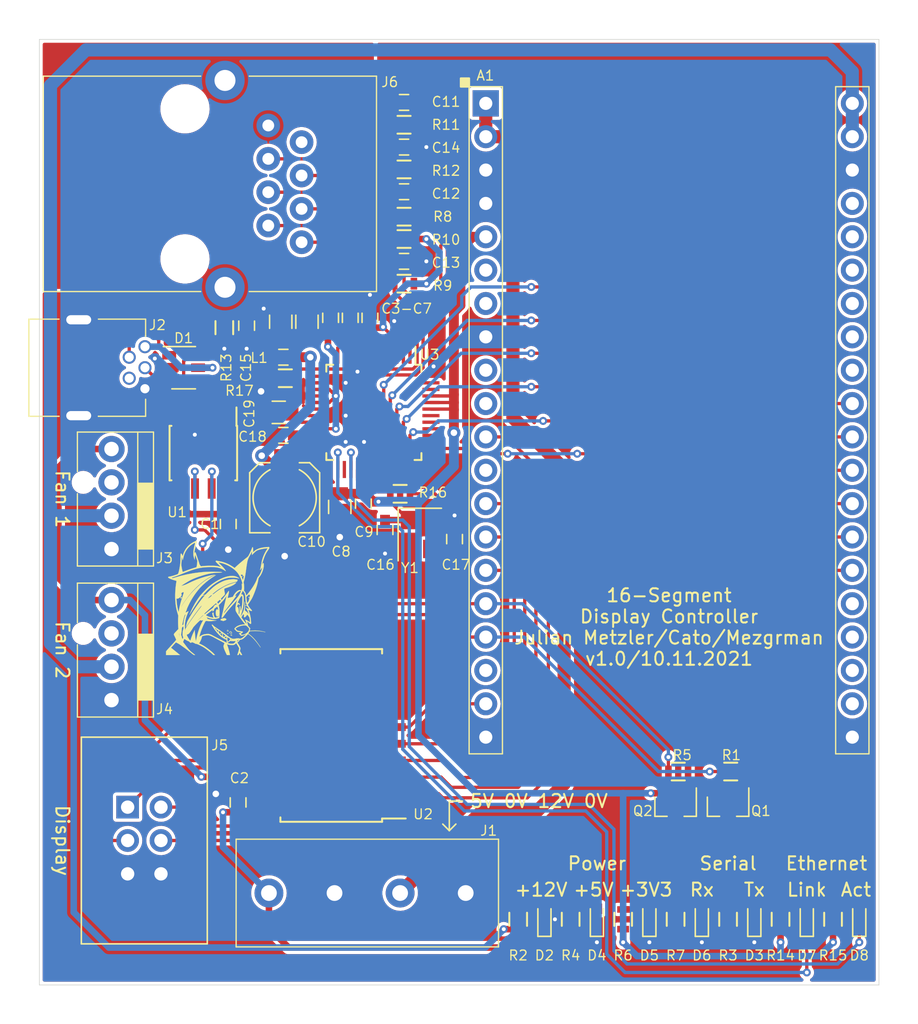
<source format=kicad_pcb>
(kicad_pcb (version 20210424) (generator pcbnew)
  (title_block (title "Controller for 16-Segment LED Display") (date "2021-11-10") (rev "1.0") (comment 1 "Julian Metzler"))
  (layers (0 "F.Cu" signal) (31 "B.Cu" signal) (34 "B.Paste" user) (35 "F.Paste" user) (36 "B.SilkS" user "B.Silkscreen") (37 "F.SilkS" user "F.Silkscreen") (38 "B.Mask" user) (39 "F.Mask" user) (44 "Edge.Cuts" user))
  (net 0 "")
  (net 1 "+UB")
  (net 2 "GND")
  (net 3 "+3V3")
  (net 8 "Net-(A1-Pad11)")
  (net 10 "Net-(A1-Pad13)")
  (net 11 "Net-(A1-Pad14)")
  (net 12 "Net-(A1-Pad15)")
  (net 13 "Net-(A1-Pad16)")
  (net 14 "Net-(A1-Pad17)")
  (net 16 "Net-(A1-Pad19)")
  (net 21 "/W5500 Ethernet/~RST")
  (net 22 "/W5500 Ethernet/~INT")
  (net 23 "/W5500 Ethernet/MOSI")
  (net 24 "/W5500 Ethernet/MISO")
  (net 25 "/W5500 Ethernet/SCLK")
  (net 26 "/W5500 Ethernet/~CS")
  (net 33 "+12V")
  (net 34 "+5V")
  (net 35 "+3V3A")
  (net 36 "Net-(C11-Pad2)")
  (net 37 "Net-(C11-Pad1)")
  (net 38 "Net-(C12-Pad2)")
  (net 39 "Net-(C12-Pad1)")
  (net 40 "Net-(C13-Pad1)")
  (net 41 "Net-(C14-Pad1)")
  (net 42 "Net-(C15-Pad1)")
  (net 43 "Net-(C16-Pad2)")
  (net 44 "Net-(C17-Pad1)")
  (net 45 "Net-(C18-Pad1)")
  (net 46 "Net-(C19-Pad1)")
  (net 47 "Net-(D1-Pad5)")
  (net 48 "Net-(D1-Pad6)")
  (net 49 "Net-(D1-Pad4)")
  (net 50 "Net-(D1-Pad3)")
  (net 51 "Net-(D1-Pad1)")
  (net 52 "Net-(D2-Pad2)")
  (net 53 "Net-(D3-Pad2)")
  (net 54 "Net-(D4-Pad2)")
  (net 55 "Net-(D5-Pad2)")
  (net 56 "Net-(D6-Pad2)")
  (net 57 "Net-(D7-Pad1)")
  (net 58 "Net-(D7-Pad2)")
  (net 59 "Net-(D8-Pad1)")
  (net 60 "Net-(D8-Pad2)")
  (net 63 "Net-(J3-Pad4)")
  (net 65 "/DISP_ENABLE")
  (net 66 "/DISP_LATCH")
  (net 67 "/DISP_CLOCK")
  (net 68 "/DISP_DATA")
  (net 69 "Net-(J6-Pad1)")
  (net 70 "Net-(J6-Pad3)")
  (net 71 "Net-(Q1-Pad3)")
  (net 72 "Net-(Q1-Pad1)")
  (net 73 "Net-(Q2-Pad3)")
  (net 74 "Net-(Q2-Pad1)")
  (net 75 "Net-(R17-Pad1)")
  (footprint "Resistors_SMD:R_0603" (layer "F.Cu") (at 87.8 66.5 180)
    (fp_text reference "R11")
    (fp_text value "49.9R")
  )
  (footprint "TO_SOT_Packages_SMD:SOT-23" (layer "F.Cu") (at 108.5 118.4 -90)
    (fp_text reference "Q2")
    (fp_text value "BC807")
  )
  (footprint "TO_SOT_Packages_SMD:SOT-23-6" (layer "F.Cu") (at 71 85)
    (fp_text reference "D1")
    (fp_text value "USBLC6-2SC6")
  )
  (footprint "Capacitors_SMD:C_0603" (layer "F.Cu") (at 87.8 64.8)
    (fp_text reference "C11")
    (fp_text value "6.8n")
  )
  (footprint "custom:Molex_0470531000" (layer "F.Cu") (at 65.5 106.5 -90)
    (fp_text reference "J4")
    (fp_text value "Fan 2")
  )
  (footprint "Housings_SOIC:SOIC-8_3.9x4.9mm_Pitch1.27mm" (layer "F.Cu") (at 72.5 91.5 -90)
    (fp_text reference "U1")
    (fp_text value "CH330N")
  )
  (footprint "custom:Crystal_4pin_3.2x2.5mm" (layer "F.Cu") (at 89 97.7 -90)
    (fp_text reference "Y1")
    (fp_text value "25 MHz")
  )
  (footprint "custom:Mini_USB_THT_JST_UB-M5BR-DM14-4D" (layer "F.Cu") (at 63 85 -90)
    (fp_text reference "J2")
    (fp_text value "USB")
  )
  (footprint "LEDs:LED_0603" (layer "F.Cu") (at 98.5 127 90)
    (fp_text reference "D2")
    (fp_text value "+12V")
  )
  (footprint "Capacitors_SMD:CP_Elec_5x5.8" (layer "F.Cu") (at 78.7 94.9 -90)
    (fp_text reference "C10")
    (fp_text value "47µ")
  )
  (footprint "LEDs:LED_0603" (layer "F.Cu") (at 122.5 127 90)
    (fp_text reference "D8")
    (fp_text value "Act")
  )
  (footprint "Resistors_SMD:R_0603" (layer "F.Cu") (at 108.5 127 90)
    (fp_text reference "R7")
    (fp_text value "330R")
  )
  (footprint "custom:Socket_RJ45_LMJ2018814100DT1" (layer "F.Cu") (at 71.1 71 -90)
    (fp_text reference "J6")
    (fp_text value "LMJ2018814100DT1")
  )
  (footprint "Capacitors_SMD:C_0603" (layer "F.Cu") (at 91.65 98.05 90)
    (fp_text reference "C17")
    (fp_text value "18p")
  )
  (footprint "custom:cato_small" (layer "F.Cu") (at 74 102.5)
    (fp_text reference "G***" hide)
    (fp_text value "LOGO" hide)
  )
  (footprint "LEDs:LED_0603" (layer "F.Cu") (at 106.5 127 90)
    (fp_text reference "D5")
    (fp_text value "+3V3")
  )
  (footprint "Resistors_SMD:R_0603" (layer "F.Cu") (at 87.8 78.6 180)
    (fp_text reference "R9")
    (fp_text value "49.9R")
  )
  (footprint "Resistors_SMD:R_0603" (layer "F.Cu") (at 104.5 127 90)
    (fp_text reference "R6")
    (fp_text value "330R")
  )
  (footprint "Resistors_SMD:R_0603" (layer "F.Cu") (at 112.7 115.75 180)
    (fp_text reference "R1")
    (fp_text value "4.7k")
  )
  (footprint "Resistors_SMD:R_0603" (layer "F.Cu") (at 100.5 127 90)
    (fp_text reference "R4")
    (fp_text value "1k")
  )
  (footprint "Resistors_SMD:R_0603" (layer "F.Cu") (at 87.5 94.6 180)
    (fp_text reference "R16")
    (fp_text value "1M")
  )
  (footprint "Connectors:IDC_Header_Straight_6pins" (layer "F.Cu") (at 66.73 118.46 -90)
    (fp_text reference "J5")
    (fp_text value "Display")
  )
  (footprint "Capacitors_SMD:C_0603" (layer "F.Cu") (at 87.8 71.6)
    (fp_text reference "C12")
    (fp_text value "6.8n")
  )
  (footprint "Resistors_SMD:R_0603" (layer "F.Cu") (at 87.8 69.9 180)
    (fp_text reference "R12")
    (fp_text value "49.9R")
  )
  (footprint "Capacitors_SMD:C_0805" (layer "F.Cu") (at 78.25 88.4 180)
    (fp_text reference "C19")
    (fp_text value "4.7u")
  )
  (footprint "Resistors_SMD:R_0603" (layer "F.Cu") (at 78.75 85.8 180)
    (fp_text reference "R17")
    (fp_text value "12.4k")
  )
  (footprint "Housings_QFP:LQFP-48_7x7mm_Pitch0.5mm" (layer "F.Cu") (at 85.5 88.4 -90)
    (fp_text reference "U3")
    (fp_text value "W5500")
  )
  (footprint "Resistors_SMD:R_0603" (layer "F.Cu") (at 87.8 75.2 180)
    (fp_text reference "R10")
    (fp_text value "10R")
  )
  (footprint "Housings_SOIC:SOIC-20W_7.5x12.8mm_Pitch1.27mm" (layer "F.Cu") (at 82.25 113 180)
    (fp_text reference "U2")
    (fp_text value "74HCT541")
  )
  (footprint "Capacitors_SMD:C_0603" (layer "F.Cu") (at 74.4 96.9 -90)
    (fp_text reference "C1")
    (fp_text value "100n")
  )
  (footprint "Capacitors_SMD:C_0805" (layer "F.Cu") (at 82.9 95.6 -90)
    (fp_text reference "C8")
    (fp_text value "1u")
  )
  (footprint "Capacitors_SMD:C_0603" (layer "F.Cu") (at 75.15 118.1 -90)
    (fp_text reference "C2")
    (fp_text value "100n")
  )
  (footprint "custom:xatLabs_Cheetah_SmallPads" (layer "F.Cu") (at 108 89)
    (fp_text reference "A1")
    (fp_text value "xatLabs_Cheetah")
  )
  (footprint "Capacitors_SMD:C_0805" (layer "F.Cu") (at 78.4 81.5 90)
    (fp_text reference "C3" hide)
    (fp_text value "1u")
  )
  (footprint "Capacitors_SMD:C_0603" (layer "F.Cu") (at 85.2 81.2 90)
    (fp_text reference "C7" hide)
    (fp_text value "100n")
  )
  (footprint "custom:Molex_0470531000" (layer "F.Cu") (at 65.5 95 -90)
    (fp_text reference "J3")
    (fp_text value "Fan 1")
  )
  (footprint "LEDs:LED_0603" (layer "F.Cu") (at 118.5 127 90)
    (fp_text reference "D7")
    (fp_text value "Link")
  )
  (footprint "custom:Terminal_Block_TE_282836-4" (layer "F.Cu") (at 85 125)
    (fp_text reference "J1")
    (fp_text value "Power")
  )
  (footprint "Capacitors_SMD:C_0603" (layer "F.Cu") (at 86.35 97.35 90)
    (fp_text reference "C16")
    (fp_text value "18p")
  )
  (footprint "Capacitors_SMD:C_0603" (layer "F.Cu") (at 84.7 95.35 -90)
    (fp_text reference "C9")
    (fp_text value "100n")
  )
  (footprint "Capacitors_SMD:C_0603" (layer "F.Cu") (at 75.8 81.8 -90)
    (fp_text reference "C15")
    (fp_text value "1n")
  )
  (footprint "Capacitors_SMD:C_0603" (layer "F.Cu") (at 87.8 76.9)
    (fp_text reference "C13")
    (fp_text value "22n")
  )
  (footprint "Capacitors_SMD:C_0805" (layer "F.Cu") (at 80.4 81.5 90)
    (fp_text reference "C4" hide)
    (fp_text value "1u")
  )
  (footprint "LEDs:LED_0603" (layer "F.Cu") (at 110.5 127 90)
    (fp_text reference "D6")
    (fp_text value "Rx")
  )
  (footprint "Resistors_SMD:R_0603" (layer "F.Cu") (at 74.1 81.95 -90)
    (fp_text reference "R13")
    (fp_text value "1M")
  )
  (footprint "Resistors_SMD:R_0603" (layer "F.Cu") (at 112.5 127 90)
    (fp_text reference "R3")
    (fp_text value "330R")
  )
  (footprint "Capacitors_SMD:C_0603" (layer "F.Cu") (at 83.7 81.2 90)
    (fp_text reference "C6" hide)
    (fp_text value "100n")
  )
  (footprint "LEDs:LED_0603" (layer "F.Cu") (at 114.5 127 90)
    (fp_text reference "D3")
    (fp_text value "Tx")
  )
  (footprint "Resistors_SMD:R_0603" (layer "F.Cu") (at 120.5 127 90)
    (fp_text reference "R15")
    (fp_text value "330R")
  )
  (footprint "Resistors_SMD:R_0603" (layer "F.Cu") (at 116.5 127 90)
    (fp_text reference "R14")
    (fp_text value "330R")
  )
  (footprint "Capacitors_SMD:C_0603" (layer "F.Cu") (at 82.2 81.2 90)
    (fp_text reference "C5" hide)
    (fp_text value "100n")
  )
  (footprint "Resistors_SMD:R_0603" (layer "F.Cu") (at 108.7 115.75 180)
    (fp_text reference "R5")
    (fp_text value "4.7k")
  )
  (footprint "Resistors_SMD:R_0603" (layer "F.Cu") (at 96.5 127 90)
    (fp_text reference "R2")
    (fp_text value "2.7k")
  )
  (footprint "LEDs:LED_0603" (layer "F.Cu") (at 102.5 127 90)
    (fp_text reference "D4")
    (fp_text value "+5V")
  )
  (footprint "TO_SOT_Packages_SMD:SOT-23" (layer "F.Cu") (at 112.5 118.4 -90)
    (fp_text reference "Q1")
    (fp_text value "BC807")
  )
  (footprint "Resistors_SMD:R_0603" (layer "F.Cu") (at 87.8 73.5 180)
    (fp_text reference "R8")
    (fp_text value "49.9R")
  )
  (footprint "Capacitors_SMD:C_0603" (layer "F.Cu") (at 87.8 68.2)
    (fp_text reference "C14")
    (fp_text value "10n")
  )
  (footprint "Capacitors_SMD:C_0603" (layer "F.Cu") (at 78.6 84.2)
    (fp_text reference "L1")
    (fp_text value "120R@100MHz")
  )
  (footprint "Capacitors_SMD:C_0603" (layer "F.Cu") (at 78.6 90.15 180)
    (fp_text reference "C18")
    (fp_text value "10n")
  )
  (gr_line (start 91.25 118) (end 91.25 120.25) (layer "F.SilkS") (width 0.12))
  (gr_line (start 92.25 118) (end 91.25 118) (layer "F.SilkS") (width 0.12))
  (gr_line (start 91.25 120.25) (end 90.75 119.75) (layer "F.SilkS") (width 0.12))
  (gr_line (start 91.25 120.25) (end 91.75 119.75) (layer "F.SilkS") (width 0.12))
  (gr_line (start 60 132) (end 60 60) (layer "Edge.Cuts") (width 0.05))
  (gr_line (start 124 60) (end 124 132) (layer "Edge.Cuts") (width 0.05))
  (gr_line (start 124 132) (end 60 132) (layer "Edge.Cuts") (width 0.05))
  (gr_line (start 60 60) (end 124 60) (layer "Edge.Cuts") (width 0.05))
  (gr_text "Display" (at 61.75 121 270) (layer "F.SilkS") (effects (font (size 1 1))))
  (gr_text "Link" (at 118.5 124.75) (layer "F.SilkS") (effects (font (size 1 1))))
  (gr_text "Power" (at 102.5 122.75) (layer "F.SilkS") (effects (font (size 1 1))))
  (gr_text "16-Segment\nDisplay Controller\nJulian Metzler/Cato/Mezgrman\nv1.0/10.11.2021" (at 108 104.75) (layer "F.SilkS") (effects (font (size 1 1))))
  (gr_text "+5V" (at 102.25 124.75) (layer "F.SilkS") (effects (font (size 1 1))))
  (gr_text "+12V" (at 98.25 124.75) (layer "F.SilkS") (effects (font (size 1 1))))
  (gr_text "Rx" (at 110.5 124.75) (layer "F.SilkS") (effects (font (size 1 1))))
  (gr_text "Act" (at 122.25 124.75) (layer "F.SilkS") (effects (font (size 1 1))))
  (gr_text "Tx" (at 114.5 124.75) (layer "F.SilkS") (effects (font (size 1 1))))
  (gr_text "Fan 2" (at 61.75 106.5 270) (layer "F.SilkS") (effects (font (size 1 1))))
  (gr_text "Serial" (at 112.5 122.75) (layer "F.SilkS") (effects (font (size 1 1))))
  (gr_text "Ethernet" (at 120 122.75) (layer "F.SilkS") (effects (font (size 1 1))))
  (gr_text "C3-C7" (at 86 80.5) (layer "F.SilkS") (effects (font (size 0.75 0.75) (thickness 0.1)) (justify left)))
  (gr_text "Fan 1" (at 61.75 95 270) (layer "F.SilkS") (effects (font (size 1 1))))
  (gr_text "5V 0V 12V 0V" (at 92.75 118) (layer "F.SilkS") (effects (font (size 1 1)) (justify left)))
  (gr_text "+3V3" (at 106.25 124.75) (layer "F.SilkS") (effects (font (size 1 1))))
  (segment (start 96.1 68.3) (end 96.1 88.8) (width 1) (layer "F.Cu") (net 1))
  (segment (start 97.85 118.85) (end 93.65 118.85) (width 1) (layer "F.Cu") (net 1))
  (segment (start 100 116.7) (end 97.85 118.85) (width 1) (layer "F.Cu") (net 1))
  (segment (start 94.03 67.41) (end 95.21 67.41) (width 1) (layer "F.Cu") (net 1))
  (segment (start 93.65 118.85) (end 87.5 125) (width 1) (layer "F.Cu") (net 1))
  (segment (start 96.1 88.8) (end 100 92.7) (width 1) (layer "F.Cu") (net 1))
  (segment (start 94.03 64.87) (end 94.03 67.41) (width 1) (layer "F.Cu") (net 1))
  (segment (start 95.21 67.41) (end 96.1 68.3) (width 1) (layer "F.Cu") (net 1))
  (segment (start 100 92.7) (end 100 116.7) (width 1) (layer "F.Cu") (net 1))
  (segment (start 87.25 81.65) (end 87.25 84.05) (width 0.25) (layer "F.Cu") (net 2))
  (segment (start 87.05 81.45) (end 87.25 81.65) (width 0.25) (layer "F.Cu") (net 2))
  (segment (start 89.5 68.2) (end 88.55 68.2) (width 0.5) (layer "F.Cu") (net 2))
  (segment (start 84.75 92.75) (end 84.75 91.6) (width 0.25) (layer "F.Cu") (net 2))
  (segment (start 84.25 84.05) (end 84.25 85.3) (width 0.25) (layer "F.Cu") (net 2))
  (segment (start 81.15 86.15) (end 82.3 86.15) (width 0.25) (layer "F.Cu") (net 2))
  (segment (start 81.15 88.65) (end 82.3 88.65) (width 0.25) (layer "F.Cu") (net 2))
  (segment (start 89.5 76.9) (end 88.55 76.9) (width 0.5) (layer "F.Cu") (net 2))
  (segment (start 69.9 85) (end 69.5 85) (width 0.3) (layer "F.Cu") (net 2))
  (segment (start 69.5 85) (end 68.8 84.3) (width 0.3) (layer "F.Cu") (net 2))
  (segment (start 81.15 90.65) (end 82.3 90.65) (width 0.25) (layer "F.Cu") (net 2))
  (via (at 84.75 90.65) (size 0.6) (drill 0.3) (layers "F.Cu" "B.Cu") (net 2))
  (via (at 102.5 128.75) (size 0.6) (drill 0.3) (layers "F.Cu" "B.Cu") (net 2))
  (via (at 83.35 88.65) (size 0.6) (drill 0.3) (layers "F.Cu" "B.Cu") (net 2))
  (via (at 74.1 83.55) (size 0.6) (drill 0.3) (layers "F.Cu" "B.Cu") (net 2))
  (via (at 83.35 86.15) (size 0.6) (drill 0.3) (layers "F.Cu" "B.Cu") (net 2))
  (via (at 91.65 96.25) (size 0.6) (drill 0.3) (layers "F.Cu" "B.Cu") (net 2))
  (via (at 110.5 128.75) (size 0.6) (drill 0.3) (layers "F.Cu" "B.Cu") (net 2))
  (via (at 68.8 84.3) (size 0.6) (drill 0.3) (layers "F.Cu" "B.Cu") (net 2))
  (via (at 99.3 127) (size 0.6) (drill 0.3) (layers "F.Cu" "B.Cu") (net 2))
  (via (at 90.05 84.9) (size 0.6) (drill 0.3) (layers "F.Cu" "B.Cu") (net 2))
  (via (at 85.2 79.45) (size 0.6) (drill 0.3) (layers "F.Cu" "B.Cu") (net 2))
  (via (at 77.1 80.5) (size 0.6) (drill 0.3) (layers "F.Cu" "B.Cu") (net 2))
  (via (at 114.5 128.75) (size 0.6) (drill 0.3) (layers "F.Cu" "B.Cu") (net 2))
  (via (at 87.05 81.45) (size 0.6) (drill 0.3) (layers "F.Cu" "B.Cu") (net 2))
  (via (at 73.45 117.45) (size 1) (drill 0.5) (layers "F.Cu" "B.Cu") (net 2))
  (via (at 71.85 90.1) (size 0.6) (drill 0.3) (layers "F.Cu" "B.Cu") (net 2))
  (via (at 84.25 85.3) (size 0.6) (drill 0.3) (layers "F.Cu" "B.Cu") (net 2))
  (via (at 106.5 128.75) (size 0.6) (drill 0.3) (layers "F.Cu" "B.Cu") (net 2))
  (via (at 78.7 99.35) (size 1) (drill 0.5) (layers "F.Cu" "B.Cu") (net 2))
  (via (at 89.5 76.9) (size 0.6) (drill 0.3) (layers "F.Cu" "B.Cu") (net 2))
  (via (at 89.5 68.2) (size 0.6) (drill 0.3) (layers "F.Cu" "B.Cu") (net 2))
  (via (at 82.9 97.9) (size 1) (drill 0.5) (layers "F.Cu" "B.Cu") (net 2))
  (via (at 86.35 99.15) (size 0.6) (drill 0.3) (layers "F.Cu" "B.Cu") (net 2))
  (via (at 74.4 98.85) (size 1) (drill 0.5) (layers "F.Cu" "B.Cu") (net 2))
  (via (at 76.9 86.8) (size 1) (drill 0.5) (layers "F.Cu" "B.Cu") (net 2))
  (via (at 75.8 83.55) (size 0.6) (drill 0.3) (layers "F.Cu" "B.Cu") (net 2))
  (via (at 83.35 90.65) (size 0.6) (drill 0.3) (layers "F.Cu" "B.Cu") (net 2))
  (segment (start 77.95 92.7) (end 78.7 92.7) (width 0.75) (layer "F.Cu") (net 3))
  (segment (start 91.6 88.2) (end 91.6 89.95) (width 0.75) (layer "F.Cu") (net 3))
  (segment (start 76.7 95.3) (end 76.7 93.5) (width 0.5) (layer "F.Cu") (net 3))
  (segment (start 82.95 94.55) (end 82.9 94.6) (width 0.5) (layer "F.Cu") (net 3))
  (segment (start 91.6 80.75) (end 92.1 80.25) (width 0.75) (layer "F.Cu") (net 3))
  (segment (start 80 92.7) (end 81.9 94.6) (width 0.75) (layer "F.Cu") (net 3))
  (segment (start 85.45 95.2) (end 84.85 94.6) (width 0.75) (layer "F.Cu") (net 3))
  (segment (start 91.5 87.15) (end 91.6 87.05) (width 0.25) (layer "F.Cu") (net 3))
  (segment (start 120.5 127.75) (end 120.5 128.75) (width 0.5) (layer "F.Cu") (net 3))
  (segment (start 84.7 94) (end 84.7 94.6) (width 0.25) (layer "F.Cu") (net 3))
  (segment (start 89.85 87.65) (end 91.6 87.65) (width 0.25) (layer "F.Cu") (net 3))
  (segment (start 84.25 92.75) (end 84.25 93.55) (width 0.25) (layer "F.Cu") (net 3))
  (segment (start 84.7 94.6) (end 82.9 94.6) (width 0.75) (layer "F.Cu") (net 3))
  (segment (start 76.7 93.5) (end 77.5 92.7) (width 0.5) (layer "F.Cu") (net 3))
  (segment (start 74.405 94.2) (end 74.405 96.145) (width 0.5) (layer "F.Cu") (net 3))
  (segment (start 92.1 75.95) (end 93.02 75.03) (width 0.75) (layer "F.Cu") (net 3))
  (segment (start 91.6 87.65) (end 91.6 88.2) (width 0.75) (layer "F.Cu") (net 3))
  (segment (start 91.6 87.65) (end 91.6 87.05) (width 0.75) (layer "F.Cu") (net 3))
  (segment (start 116.5 127.75) (end 116.5 128.75) (width 0.5) (layer "F.Cu") (net 3))
  (segment (start 76.95 91.7) (end 77.95 92.7) (width 0.75) (layer "F.Cu") (net 3))
  (segment (start 84.85 94.6) (end 84.7 94.6) (width 0.75) (layer "F.Cu") (net 3))
  (segment (start 75.85 96.15) (end 76.7 95.3) (width 0.5) (layer "F.Cu") (net 3))
  (segment (start 81.9 94.6) (end 82.9 94.6) (width 0.75) (layer "F.Cu") (net 3))
  (segment (start 84.25 93.55) (end 84.7 94) (width 0.25) (layer "F.Cu") (net 3))
  (segment (start 107.55 117.4) (end 106.6 117.4) (width 0.5) (layer "F.Cu") (net 3))
  (segment (start 79.35 84.2) (end 80.65 84.2) (width 0.75) (layer "F.Cu") (net 3))
  (segment (start 78.7 92.7) (end 80 92.7) (width 0.75) (layer "F.Cu") (net 3))
  (segment (start 74.405 96.145) (end 74.4 96.15) (width 0.5) (layer "F.Cu") (net 3))
  (segment (start 85.85 95.2) (end 85.45 95.2) (width 0.75) (layer "F.Cu") (net 3))
  (segment (start 70.595 94.2) (end 70.595 95.295) (width 0.5) (layer "F.Cu") (net 3))
  (segment (start 104.5 127.75) (end 104.5 128.75) (width 0.5) (layer "F.Cu") (net 3))
  (segment (start 74.4 96.15) (end 75.85 96.15) (width 0.5) (layer "F.Cu") (net 3))
  (segment (start 110.6 118.35) (end 108.5 118.35) (width 0.5) (layer "F.Cu") (net 3))
  (segment (start 91.6 87.05) (end 91.6 80.75) (width 0.75) (layer "F.Cu") (net 3))
  (segment (start 108.5 118.35) (end 107.55 117.4) (width 0.5) (layer "F.Cu") (net 3))
  (segment (start 71.45 96.15) (end 74.4 96.15) (width 0.5) (layer "F.Cu") (net 3))
  (segment (start 89.85 87.15) (end 91.5 87.15) (width 0.25) (layer "F.Cu") (net 3))
  (segment (start 89.85 88.15) (end 91.55 88.15) (width 0.25) (layer "F.Cu") (net 3))
  (segment (start 91.55 88.15) (end 91.6 88.2) (width 0.25) (layer "F.Cu") (net 3))
  (segment (start 111.55 117.4) (end 110.6 118.35) (width 0.5) (layer "F.Cu") (net 3))
  (segment (start 92.1 80.25) (end 92.1 75.95) (width 0.75) (layer "F.Cu") (net 3))
  (segment (start 93.02 75.03) (end 94.03 75.03) (width 0.75) (layer "F.Cu") (net 3))
  (segment (start 77.5 92.7) (end 78.7 92.7) (width 0.5) (layer "F.Cu") (net 3))
  (segment (start 70.595 95.295) (end 71.45 96.15) (width 0.5) (layer "F.Cu") (net 3))
  (via (at 85.85 95.2) (size 0.6) (drill 0.3) (layers "F.Cu" "B.Cu") (net 3))
  (via (at 120.5 128.75) (size 0.6) (drill 0.3) (layers "F.Cu" "B.Cu") (net 3))
  (via (at 80.65 84.2) (size 1) (drill 0.5) (layers "F.Cu" "B.Cu") (net 3))
  (via (at 104.5 128.75) (size 0.6) (drill 0.3) (layers "F.Cu" "B.Cu") (net 3))
  (via (at 106.6 117.4) (size 0.6) (drill 0.3) (layers "F.Cu" "B.Cu") (net 3))
  (via (at 116.5 128.75) (size 0.6) (drill 0.3) (layers "F.Cu" "B.Cu") (net 3))
  (via (at 76.95 91.7) (size 1) (drill 0.5) (layers "F.Cu" "B.Cu") (net 3))
  (via (at 91.6 89.95) (size 1) (drill 0.5) (layers "F.Cu" "B.Cu") (net 3))
  (segment (start 85.85 95.2) (end 88.9 95.2) (width 0.75) (layer "B.Cu") (net 3))
  (segment (start 80.65 84.2) (end 80.65 88) (width 0.75) (layer "B.Cu") (net 3))
  (segment (start 88.9 95.2) (end 91.6 92.5) (width 0.75) (layer "B.Cu") (net 3))
  (segment (start 91.6 89.95) (end 91.6 92.5) (width 0.75) (layer "B.Cu") (net 3))
  (segment (start 106.6 117.4) (end 104.5 117.4) (width 0.5) (layer "B.Cu") (net 3))
  (segment (start 116.5 128.75) (end 116.5 129.8) (width 0.5) (layer "B.Cu") (net 3))
  (segment (start 93.3 117.4) (end 88.9 113) (width 0.5) (layer "B.Cu") (net 3))
  (segment (start 119.45 129.8) (end 120.5 128.75) (width 0.5) (layer "B.Cu") (net 3))
  (segment (start 88.9 113) (end 88.9 95.2) (width 0.5) (layer "B.Cu") (net 3))
  (segment (start 116.5 129.8) (end 119.45 129.8) (width 0.5) (layer "B.Cu") (net 3))
  (segment (start 105.55 129.8) (end 116.5 129.8) (width 0.5) (layer "B.Cu") (net 3))
  (segment (start 80.65 88) (end 76.95 91.7) (width 0.75) (layer "B.Cu") (net 3))
  (segment (start 104.5 128.75) (end 105.55 129.8) (width 0.5) (layer "B.Cu") (net 3))
  (segment (start 104.5 117.4) (end 93.3 117.4) (width 0.5) (layer "B.Cu") (net 3))
  (segment (start 104.5 128.75) (end 104.5 117.4) (width 0.5) (layer "B.Cu") (net 3))
  (segment (start 98.8 116.15) (end 98.8 93.45) (width 0.25) (layer "F.Cu") (net 8))
  (segment (start 90.445 117.445) (end 90.75 117.75) (width 0.25) (layer "F.Cu") (net 8))
  (segment (start 98.8 93.45) (end 95.62 90.27) (width 0.25) (layer "F.Cu") (net 8))
  (segment (start 86.95 117.445) (end 90.445 117.445) (width 0.25) (layer "F.Cu") (net 8))
  (segment (start 90.75 117.75) (end 97.2 117.75) (width 0.25) (layer "F.Cu") (net 8))
  (segment (start 95.62 90.27) (end 94.03 90.27) (width 0.25) (layer "F.Cu") (net 8))
  (segment (start 97.2 117.75) (end 98.8 116.15) (width 0.25) (layer "F.Cu") (net 8))
  (segment (start 97.85 97.6) (end 95.6 95.35) (width 0.25) (layer "F.Cu") (net 10))
  (segment (start 97.85 115.6) (end 97.85 97.6) (width 0.25) (layer "F.Cu") (net 10))
  (segment (start 96.5 116.95) (end 97.85 115.6) (width 0.25) (layer "F.Cu") (net 10))
  (segment (start 86.95 116.175) (end 90.625 116.175) (width 0.25) (layer "F.Cu") (net 10))
  (segment (start 90.625 116.175) (end 91.4 116.95) (width 0.25) (layer "F.Cu") (net 10))
  (segment (start 91.4 116.95) (end 96.5 116.95) (width 0.25) (layer "F.Cu") (net 10))
  (segment (start 95.6 95.35) (end 94.03 95.35) (width 0.25) (layer "F.Cu") (net 10))
  (segment (start 95.49 97.89) (end 94.03 97.89) (width 0.25) (layer "F.Cu") (net 11))
  (segment (start 97 99.4) (end 95.49 97.89) (width 0.25) (layer "F.Cu") (net 11))
  (segment (start 95.85 116.2) (end 97 115.05) (width 0.25) (layer "F.Cu") (net 11))
  (segment (start 90.705 114.905) (end 92 116.2) (width 0.25) (layer "F.Cu") (net 11))
  (segment (start 97 115.05) (end 97 99.4) (width 0.25) (layer "F.Cu") (net 11))
  (segment (start 86.95 114.905) (end 90.705 114.905) (width 0.25) (layer "F.Cu") (net 11))
  (segment (start 92 116.2) (end 95.85 116.2) (width 0.25) (layer "F.Cu") (net 11))
  (segment (start 92.15 115.3) (end 95.5 115.3) (width 0.25) (layer "F.Cu") (net 12))
  (segment (start 96.2 101.35) (end 95.28 100.43) (width 0.25) (layer "F.Cu") (net 12))
  (segment (start 86.95 113.635) (end 90.485 113.635) (width 0.25) (layer "F.Cu") (net 12))
  (segment (start 95.5 115.3) (end 96.2 114.6) (width 0.25) (layer "F.Cu") (net 12))
  (segment (start 95.28 100.43) (end 94.03 100.43) (width 0.25) (layer "F.Cu") (net 12))
  (segment (start 90.485 113.635) (end 92.15 115.3) (width 0.25) (layer "F.Cu") (net 12))
  (segment (start 96.2 114.6) (end 96.2 101.35) (width 0.25) (layer "F.Cu") (net 12))
  (segment (start 76.97 102.97) (end 94.03 102.97) (width 0.25) (layer "F.Cu") (net 13))
  (segment (start 72.6 97.35) (end 73.35 98.1) (width 0.25) (layer "F.Cu") (net 13))
  (segment (start 73.35 99.35) (end 76.97 102.97) (width 0.25) (layer "F.Cu") (net 13))
  (segment (start 107.95 114.65) (end 107.95 115.75) (width 0.25) (layer "F.Cu") (net 13))
  (segment (start 71.85 97.35) (end 72.6 97.35) (width 0.25) (layer "F.Cu") (net 13))
  (segment (start 71.865 94.2) (end 71.865 92.915) (width 0.25) (layer "F.Cu") (net 13))
  (segment (start 71.865 92.915) (end 71.85 92.9) (width 0.25) (layer "F.Cu") (net 13))
  (segment (start 73.35 98.1) (end 73.35 99.35) (width 0.25) (layer "F.Cu") (net 13))
  (via (at 107.95 114.65) (size 0.6) (drill 0.3) (layers "F.Cu" "B.Cu") (net 13))
  (via (at 71.85 92.9) (size 0.6) (drill 0.3) (layers "F.Cu" "B.Cu") (net 13))
  (via (at 71.85 97.35) (size 0.6) (drill 0.3) (layers "F.Cu" "B.Cu") (net 13))
  (segment (start 107.95 114.1) (end 107.95 114.65) (width 0.25) (layer "B.Cu") (net 13))
  (segment (start 94.03 102.97) (end 96.82 102.97) (width 0.25) (layer "B.Cu") (net 13))
  (segment (start 107.9 114.05) (end 107.95 114.1) (width 0.25) (layer "B.Cu") (net 13))
  (segment (start 71.85 92.9) (end 71.85 97.35) (width 0.25) (layer "B.Cu") (net 13))
  (segment (start 96.82 102.97) (end 107.9 114.05) (width 0.25) (layer "B.Cu") (net 13))
  (segment (start 76.7 103.8) (end 91.1 103.8) (width 0.25) (layer "F.Cu") (net 14))
  (segment (start 72.45 99.55) (end 76.7 103.8) (width 0.25) (layer "F.Cu") (net 14))
  (segment (start 92.81 105.51) (end 94.03 105.51) (width 0.25) (layer "F.Cu") (net 14))
  (segment (start 73.135 94.2) (end 73.135 92.915) (width 0.25) (layer "F.Cu") (net 14))
  (segment (start 91.1 103.8) (end 92.81 105.51) (width 0.25) (layer "F.Cu") (net 14))
  (segment (start 73.135 92.915) (end 73.15 92.9) (width 0.25) (layer "F.Cu") (net 14))
  (segment (start 72.45 98.4) (end 72.45 99.55) (width 0.25) (layer "F.Cu") (net 14))
  (segment (start 111.1 115.75) (end 111.95 115.75) (width 0.25) (layer "F.Cu") (net 14))
  (via (at 111.1 115.75) (size 0.6) (drill 0.3) (layers "F.Cu" "B.Cu") (net 14))
  (via (at 72.45 98.4) (size 0.6) (drill 0.3) (layers "F.Cu" "B.Cu") (net 14))
  (via (at 73.15 92.9) (size 0.6) (drill 0.3) (layers "F.Cu" "B.Cu") (net 14))
  (segment (start 94.03 105.51) (end 96.96 105.51) (width 0.25) (layer "B.Cu") (net 14))
  (segment (start 107.2 115.75) (end 111.1 115.75) (width 0.25) (layer "B.Cu") (net 14))
  (segment (start 73.15 97.7) (end 72.45 98.4) (width 0.25) (layer "B.Cu") (net 14))
  (segment (start 96.96 105.51) (end 107.2 115.75) (width 0.25) (layer "B.Cu") (net 14))
  (segment (start 73.15 92.9) (end 73.15 97.7) (width 0.25) (layer "B.Cu") (net 14))
  (segment (start 94.03 110.59) (end 89.96 110.59) (width 0.25) (layer "F.Cu") (net 16))
  (segment (start 89.96 110.59) (end 88.185 112.365) (width 0.25) (layer "F.Cu") (net 16))
  (segment (start 86.95 112.365) (end 88.185 112.365) (width 0.25) (layer "F.Cu") (net 16))
  (segment (start 92.45 91.15) (end 92.85 91.55) (width 0.25) (layer "F.Cu") (net 21))
  (segment (start 110.85 91.55) (end 119.73 100.43) (width 0.25) (layer "F.Cu") (net 21))
  (segment (start 89.85 91.15) (end 92.45 91.15) (width 0.25) (layer "F.Cu") (net 21))
  (segment (start 119.73 100.43) (end 121.97 100.43) (width 0.25) (layer "F.Cu") (net 21))
  (segment (start 101 91.55) (end 110.85 91.55) (width 0.25) (layer "F.Cu") (net 21))
  (segment (start 92.85 91.55) (end 95.7 91.55) (width 0.25) (layer "F.Cu") (net 21))
  (via (at 101 91.55) (size 0.6) (drill 0.3) (layers "F.Cu" "B.Cu") (net 21))
  (via (at 95.7 91.55) (size 0.6) (drill 0.3) (layers "F.Cu" "B.Cu") (net 21))
  (segment (start 95.7 91.55) (end 101 91.55) (width 0.25) (layer "B.Cu") (net 21))
  (segment (start 98.4 89.05) (end 110.45 89.05) (width 0.25) (layer "F.Cu") (net 22))
  (segment (start 119.29 97.89) (end 121.97 97.89) (width 0.25) (layer "F.Cu") (net 22))
  (segment (start 110.475 89.075) (end 119.29 97.89) (width 0.25) (layer "F.Cu") (net 22))
  (segment (start 110.45 89.05) (end 110.475 89.075) (width 0.25) (layer "F.Cu") (net 22))
  (segment (start 88.25 92.75) (end 88.25 90.15) (width 0.25) (layer "F.Cu") (net 22))
  (segment (start 88.25 90.15) (end 88.5 89.9) (width 0.25) (layer "F.Cu") (net 22))
  (via (at 98.4 89.05) (size 0.6) (drill 0.3) (layers "F.Cu" "B.Cu") (net 22))
  (via (at 88.5 89.9) (size 0.6) (drill 0.3) (layers "F.Cu" "B.Cu") (net 22))
  (segment (start 98.4 89.05) (end 90.4 89.05) (width 0.25) (layer "B.Cu") (net 22))
  (segment (start 90.4 89.05) (end 89.55 89.9) (width 0.25) (layer "B.Cu") (net 22))
  (segment (start 89.55 89.9) (end 88.5 89.9) (width 0.25) (layer "B.Cu") (net 22))
  (segment (start 118.65 95.35) (end 121.97 95.35) (width 0.25) (layer "F.Cu") (net 23))
  (segment (start 87.75 89.15) (end 88 88.9) (width 0.25) (layer "F.Cu") (net 23))
  (segment (start 97.5 86.45) (end 109.75 86.45) (width 0.25) (layer "F.Cu") (net 23))
  (segment (start 87.75 92.75) (end 87.75 89.15) (width 0.25) (layer "F.Cu") (net 23))
  (segment (start 109.75 86.45) (end 118.65 95.35) (width 0.25) (layer "F.Cu") (net 23))
  (via (at 88 88.9) (size 0.6) (drill 0.3) (layers "F.Cu" "B.Cu") (net 23))
  (via (at 97.5 86.45) (size 0.6) (drill 0.3) (layers "F.Cu" "B.Cu") (net 23))
  (segment (start 90.45 86.45) (end 97.5 86.45) (width 0.25) (layer "B.Cu") (net 23))
  (segment (start 88 88.9) (end 90.45 86.45) (width 0.25) (layer "B.Cu") (net 23))
  (segment (start 97.5 83.9) (end 109.05 83.9) (width 0.25) (layer "F.Cu") (net 24))
  (segment (start 117.96 92.81) (end 121.97 92.81) (width 0.25) (layer "F.Cu") (net 24))
  (segment (start 109.075 83.925) (end 117.96 92.81) (width 0.25) (layer "F.Cu") (net 24))
  (segment (start 87.25 88.15) (end 87.45 87.95) (width 0.25) (layer "F.Cu") (net 24))
  (segment (start 87.25 92.75) (end 87.25 88.15) (width 0.25) (layer "F.Cu") (net 24))
  (segment (start 109.05 83.9) (end 109.075 83.925) (width 0.25) (layer "F.Cu") (net 24))
  (via (at 87.45 87.95) (size 0.6) (drill 0.3) (layers "F.Cu" "B.Cu") (net 24))
  (via (at 97.5 83.9) (size 0.6) (drill 0.3) (layers "F.Cu" "B.Cu") (net 24))
  (segment (start 87.45 87.95) (end 88.1 87.95) (width 0.25) (layer "B.Cu") (net 24))
  (segment (start 92.15 83.9) (end 97.5 83.9) (width 0.25) (layer "B.Cu") (net 24))
  (segment (start 88.1 87.95) (end 92.15 83.9) (width 0.25) (layer "B.Cu") (net 24))
  (segment (start 97.5 81.4) (end 108.55 81.4) (width 0.25) (layer "F.Cu") (net 25))
  (segment (start 86.75 87.25) (end 86.9 87.1) (width 0.25) (layer "F.Cu") (net 25))
  (segment (start 86.75 92.75) (end 86.75 87.25) (width 0.25) (layer "F.Cu") (net 25))
  (segment (start 108.55 81.4) (end 117.42 90.27) (width 0.25) (layer "F.Cu") (net 25))
  (segment (start 117.42 90.27) (end 121.97 90.27) (width 0.25) (layer "F.Cu") (net 25))
  (via (at 97.5 81.4) (size 0.6) (drill 0.3) (layers "F.Cu" "B.Cu") (net 25))
  (via (at 86.9 87.1) (size 0.6) (drill 0.3) (layers "F.Cu" "B.Cu") (net 25))
  (segment (start 92.6 81.4) (end 97.5 81.4) (width 0.25) (layer "B.Cu") (net 25))
  (segment (start 86.9 87.1) (end 92.6 81.4) (width 0.25) (layer "B.Cu") (net 25))
  (segment (start 86.25 92.75) (end 86.25 86.3) (width 0.25) (layer "F.Cu") (net 26))
  (segment (start 107.7 78.85) (end 107.75 78.9) (width 0.25) (layer "F.Cu") (net 26))
  (segment (start 116.58 87.73) (end 121.97 87.73) (width 0.25) (layer "F.Cu") (net 26))
  (segment (start 107.75 78.9) (end 116.58 87.73) (width 0.25) (layer "F.Cu") (net 26))
  (segment (start 97.5 78.85) (end 107.7 78.85) (width 0.25) (layer "F.Cu") (net 26))
  (via (at 97.5 78.85) (size 0.6) (drill 0.3) (layers "F.Cu" "B.Cu") (net 26))
  (via (at 86.25 86.3) (size 0.6) (drill 0.3) (layers "F.Cu" "B.Cu") (net 26))
  (segment (start 92.9 78.85) (end 97.5 78.85) (width 0.25) (layer "B.Cu") (net 26))
  (segment (start 92.2 80.35) (end 92.2 79.55) (width 0.25) (layer "B.Cu") (net 26))
  (segment (start 92.2 79.55) (end 92.9 78.85) (width 0.25) (layer "B.Cu") (net 26))
  (segment (start 86.25 86.3) (end 92.2 80.35) (width 0.25) (layer "B.Cu") (net 26))
  (segment (start 95.4 127.75) (end 96.5 127.75) (width 0.5) (layer "F.Cu") (net 33))
  (via (at 95.4 127.75) (size 0.6) (drill 0.3) (layers "F.Cu" "B.Cu") (net 33))
  (segment (start 121.97 62.47) (end 120.3 60.8) (width 1) (layer "B.Cu") (net 33))
  (segment (start 60.85 63.5) (end 60.85 96.1) (width 1) (layer "B.Cu") (net 33))
  (segment (start 61.02 96.27) (end 60.85 96.1) (width 1) (layer "B.Cu") (net 33))
  (segment (start 121.97 64.87) (end 121.97 62.47) (width 1) (layer "B.Cu") (net 33))
  (segment (start 62.62 126.47) (end 65.3 129.15) (width 0.5) (layer "B.Cu") (net 33))
  (segment (start 60.85 106) (end 62.62 107.77) (width 1) (layer "B.Cu") (net 33))
  (segment (start 65.3 129.15) (end 94 129.15) (width 0.5) (layer "B.Cu") (net 33))
  (segment (start 120.3 60.8) (end 63.55 60.8) (width 1) (layer "B.Cu") (net 33))
  (segment (start 60.85 96.1) (end 60.85 106) (width 1) (layer "B.Cu") (net 33))
  (segment (start 121.97 67.41) (end 121.97 64.87) (width 1) (layer "B.Cu") (net 33))
  (segment (start 63.55 60.8) (end 60.85 63.5) (width 1) (layer "B.Cu") (net 33))
  (segment (start 94 129.15) (end 95.4 127.75) (width 0.5) (layer "B.Cu") (net 33))
  (segment (start 62.62 107.77) (end 62.62 126.47) (width 0.5) (layer "B.Cu") (net 33))
  (segment (start 65.5 96.27) (end 61.02 96.27) (width 1) (layer "B.Cu") (net 33))
  (segment (start 62.62 107.77) (end 65.5 107.77) (width 1) (layer "B.Cu") (net 33))
  (segment (start 99.85 129.15) (end 100.5 128.5) (width 0.5) (layer "F.Cu") (net 34))
  (segment (start 75.15 118.85) (end 74 118.85) (width 0.5) (layer "F.Cu") (net 34))
  (segment (start 76.035 118.715) (end 75.9 118.85) (width 0.5) (layer "F.Cu") (net 34))
  (segment (start 77.55 118.715) (end 76.035 118.715) (width 0.5) (layer "F.Cu") (net 34))
  (segment (start 75.9 118.85) (end 75.15 118.85) (width 0.5) (layer "F.Cu") (net 34))
  (segment (start 79 129.15) (end 99.85 129.15) (width 0.5) (layer "F.Cu") (net 34))
  (segment (start 77.5 125) (end 77.5 127.65) (width 0.5) (layer "F.Cu") (net 34))
  (segment (start 77.5 127.65) (end 79 129.15) (width 0.5) (layer "F.Cu") (net 34))
  (segment (start 100.5 128.5) (end 100.5 127.75) (width 0.5) (layer "F.Cu") (net 34))
  (via (at 74 118.85) (size 0.6) (drill 0.3) (layers "F.Cu" "B.Cu") (net 34))
  (segment (start 74 121.5) (end 77.5 125) (width 0.5) (layer "B.Cu") (net 34))
  (segment (start 74 118.85) (end 74 121.5) (width 0.5) (layer "B.Cu") (net 34))
  (segment (start 82.2 81.95) (end 83.35 81.95) (width 0.75) (layer "F.Cu") (net 35))
  (segment (start 82.1 87.65) (end 82.6 87.15) (width 0.25) (layer "F.Cu") (net 35))
  (segment (start 77.85 84.2) (end 77.85 83.05) (width 0.75) (layer "F.Cu") (net 35))
  (segment (start 86.75 82.45) (end 86.2 81.9) (width 0.25) (layer "F.Cu") (net 35))
  (segment (start 82 82.85) (end 81.65 82.5) (width 0.5) (layer "F.Cu") (net 35))
  (segment (start 83.7 82.55) (end 83.7 81.95) (width 0.25) (layer "F.Cu") (net 35))
  (segment (start 84.75 84.05) (end 84.75 83) (width 0.25) (layer "F.Cu") (net 35))
  (segment (start 88.55 73.5) (end 88.55 75.2) (width 0.25) (layer "F.Cu") (net 35))
  (segment (start 86.15 81.95) (end 85.2 81.95) (width 0.5) (layer "F.Cu") (net 35))
  (segment (start 81.15 87.65) (end 82.1 87.65) (width 0.25) (layer "F.Cu") (net 35))
  (segment (start 83.25 82.05) (end 83.35 81.95) (width 0.25) (layer "F.Cu") (net 35))
  (segment (start 81.15 89.65) (end 82.6 89.65) (width 0.25) (layer "F.Cu") (net 35))
  (segment (start 81.15 86.65) (end 82.1 86.65) (width 0.25) (layer "F.Cu") (net 35))
  (segment (start 85.2 82.55) (end 85.2 81.95) (width 0.25) (layer "F.Cu") (net 35))
  (segment (start 83.35 81.95) (end 83.7 81.95) (width 0.75) (layer "F.Cu") (net 35))
  (segment (start 89.5 78.6) (end 88.55 78.6) (width 0.5) (layer "F.Cu") (net 35))
  (segment (start 81.65 82.5) (end 82.2 81.95) (width 0.75) (layer "F.Cu") (net 35))
  (segment (start 80.4 82.5) (end 81.65 82.5) (width 0.75) (layer "F.Cu") (net 35))
  (segment (start 83.25 83) (end 83.7 82.55) (width 0.25) (layer "F.Cu") (net 35))
  (segment (start 77.85 83.05) (end 78.4 82.5) (width 0.75) (layer "F.Cu") (net 35))
  (segment (start 89.5 75.2) (end 88.55 75.2) (width 0.5) (layer "F.Cu") (net 35))
  (segment (start 86.2 81.9) (end 86.15 81.95) (width 0.5) (layer "F.Cu") (net 35))
  (segment (start 84.75 83) (end 85.2 82.55) (width 0.25) (layer "F.Cu") (net 35))
  (segment (start 78.4 82.5) (end 80.4 82.5) (width 0.75) (layer "F.Cu") (net 35))
  (segment (start 83.7 81.95) (end 85.2 81.95) (width 0.75) (layer "F.Cu") (net 35))
  (segment (start 82 83.4) (end 82 82.85) (width 0.5) (layer "F.Cu") (net 35))
  (segment (start 82.1 86.65) (end 82.6 87.15) (width 0.25) (layer "F.Cu") (net 35))
  (segment (start 83.25 84.05) (end 83.25 83) (width 0.25) (layer "F.Cu") (net 35))
  (segment (start 86.75 84.05) (end 86.75 82.45) (width 0.25) (layer "F.Cu") (net 35))
  (via (at 86.2 81.9) (size 0.6) (drill 0.3) (layers "F.Cu" "B.Cu") (net 35))
  (via (at 82.6 87.15) (size 0.6) (drill 0.3) (layers "F.Cu" "B.Cu") (net 35))
  (via (at 82 83.4) (size 0.6) (drill 0.3) (layers "F.Cu" "B.Cu") (net 35))
  (via (at 89.5 75.2) (size 0.6) (drill 0.3) (layers "F.Cu" "B.Cu") (net 35))
  (via (at 89.5 78.6) (size 0.6) (drill 0.3) (layers "F.Cu" "B.Cu") (net 35))
  (via (at 82.6 89.65) (size 0.6) (drill 0.3) (layers "F.Cu" "B.Cu") (net 35))
  (segment (start 86.2 81.9) (end 86.2 80.45) (width 0.5) (layer "B.Cu") (net 35))
  (segment (start 82.6 84) (end 82 83.4) (width 0.5) (layer "B.Cu") (net 35))
  (segment (start 86.2 80.45) (end 88.05 78.6) (width 0.5) (layer "B.Cu") (net 35))
  (segment (start 88.05 78.6) (end 89.5 78.6) (width 0.5) (layer "B.Cu") (net 35))
  (segment (start 89.5 78.6) (end 90.5 77.6) (width 0.5) (layer "B.Cu") (net 35))
  (segment (start 90.5 77.6) (end 90.5 76.2) (width 0.5) (layer "B.Cu") (net 35))
  (segment (start 82.6 89.65) (end 82.6 87.15) (width 0.5) (layer "B.Cu") (net 35))
  (segment (start 82.6 87.15) (end 82.6 84) (width 0.5) (layer "B.Cu") (net 35))
  (segment (start 90.5 76.2) (end 89.5 75.2) (width 0.5) (layer "B.Cu") (net 35))
  (segment (start 90.6 74.1) (end 89 72.5) (width 0.25) (layer "F.Cu") (net 36))
  (segment (start 88.1 66.5) (end 88.55 66.5) (width 0.25) (layer "F.Cu") (net 36))
  (segment (start 87.8 66.8) (end 88.1 66.5) (width 0.25) (layer "F.Cu") (net 36))
  (segment (start 88.2 72.5) (end 87.8 72.1) (width 0.25) (layer "F.Cu") (net 36))
  (segment (start 88.55 64.8) (end 88.55 66.5) (width 0.25) (layer "F.Cu") (net 36))
  (segment (start 89 72.5) (end 88.2 72.5) (width 0.25) (layer "F.Cu") (net 36))
  (segment (start 88.8 81.6) (end 90.6 79.8) (width 0.25) (layer "F.Cu") (net 36))
  (segment (start 88.475 85.1) (end 88.8 84.775) (width 0.25) (layer "F.Cu") (net 36))
  (segment (start 86.5 85.1) (end 88.475 85.1) (width 0.25) (layer "F.Cu") (net 36))
  (segment (start 88.8 84.775) (end 88.8 81.6) (width 0.25) (layer "F.Cu") (net 36))
  (segment (start 90.6 79.8) (end 90.6 74.1) (width 0.25) (layer "F.Cu") (net 36))
  (segment (start 87.8 72.1) (end 87.8 66.8) (width 0.25) (layer "F.Cu") (net 36))
  (segment (start 86.25 84.05) (end 86.25 84.85) (width 0.25) (layer "F.Cu") (net 36))
  (segment (start 86.25 84.85) (end 86.5 85.1) (width 0.25) (layer "F.Cu") (net 36))
  (segment (start 85.7 65.3) (end 86.2 64.8) (width 0.25) (layer "F.Cu") (net 37))
  (segment (start 77.45 69.095) (end 84.905 69.095) (width 0.25) (layer "F.Cu") (net 37))
  (segment (start 86.2 64.8) (end 87.05 64.8) (width 0.25) (layer "F.Cu") (net 37))
  (segment (start 85.7 68.3) (end 85.7 65.3) (width 0.25) (layer "F.Cu") (net 37))
  (segment (start 84.905 69.095) (end 85.7 68.3) (width 0.25) (layer "F.Cu") (net 37))
  (segment (start 85.75 85) (end 86.3 85.55) (width 0.25) (layer "F.Cu") (net 38))
  (segment (start 89.2 71.6) (end 88.55 71.6) (width 0.25) (layer "F.Cu") (net 38))
  (segment (start 85.75 84.05) (end 85.75 85) (width 0.25) (layer "F.Cu") (net 38))
  (segment (start 91.1 73.5) (end 89.2 71.6) (width 0.25) (layer "F.Cu") (net 38))
  (segment (start 91.1 80) (end 91.1 73.5) (width 0.25) (layer "F.Cu") (net 38))
  (segment (start 89.25 81.85) (end 91.1 80) (width 0.25) (layer "F.Cu") (net 38))
  (segment (start 88.7 85.55) (end 89.25 85) (width 0.25) (layer "F.Cu") (net 38))
  (segment (start 86.3 85.55) (end 88.7 85.55) (width 0.25) (layer "F.Cu") (net 38))
  (segment (start 89.25 85) (end 89.25 81.85) (width 0.25) (layer "F.Cu") (net 38))
  (segment (start 88.55 69.9) (end 88.55 71.6) (width 0.25) (layer "F.Cu") (net 38))
  (segment (start 87.015 71.635) (end 87.05 71.6) (width 0.25) (layer "F.Cu") (net 39))
  (segment (start 77.45 71.635) (end 87.015 71.635) (width 0.25) (layer "F.Cu") (net 39))
  (segment (start 85.9 75.2) (end 87.05 75.2) (width 0.25) (layer "F.Cu") (net 40))
  (segment (start 87.05 75.2) (end 87.05 76.9) (width 0.25) (layer "F.Cu") (net 40))
  (segment (start 77.45 74.175) (end 84.875 74.175) (width 0.25) (layer "F.Cu") (net 40))
  (segment (start 84.875 74.175) (end 85.9 75.2) (width 0.25) (layer "F.Cu") (net 40))
  (segment (start 85.535 70.365) (end 86 69.9) (width 0.25) (layer "F.Cu") (net 41))
  (segment (start 86 69.9) (end 87.05 69.9) (width 0.25) (layer "F.Cu") (net 41))
  (segment (start 87.05 66.5) (end 87.05 68.2) (width 0.25) (layer "F.Cu") (net 41))
  (segment (start 79.99 70.365) (end 85.535 70.365) (width 0.25) (layer "F.Cu") (net 41))
  (segment (start 87.05 69.9) (end 87.05 68.2) (width 0.25) (layer "F.Cu") (net 41))
  (segment (start 85.25 92.75) (end 85.25 93.85) (width 0.25) (layer "F.Cu") (net 43))
  (segment (start 85.85 94.45) (end 86.6 94.45) (width 0.25) (layer "F.Cu") (net 43))
  (segment (start 86.75 94.6) (end 86.75 95.2) (width 0.25) (layer "F.Cu") (net 43))
  (segment (start 86.6 94.45) (end 86.75 94.6) (width 0.25) (layer "F.Cu") (net 43))
  (segment (start 85.25 93.85) (end 85.85 94.45) (width 0.25) (layer "F.Cu") (net 43))
  (segment (start 86.75 95.2) (end 88.15 96.6) (width 0.25) (layer "F.Cu") (net 43))
  (segment (start 86.35 96.6) (end 88.15 96.6) (width 0.5) (layer "F.Cu") (net 43))
  (segment (start 88.25 94.45) (end 88.25 94.6) (width 0.25) (layer "F.Cu") (net 44))
  (segment (start 87.6 93.8) (end 88.25 94.45) (width 0.25) (layer "F.Cu") (net 44))
  (segment (start 85.75 92.75) (end 85.75 93.5) (width 0.25) (layer "F.Cu") (net 44))
  (segment (start 90.8 98.8) (end 89.85 98.8) (width 0.5) (layer "F.Cu") (net 44))
  (segment (start 88.25 94.6) (end 90.15 94.6) (width 0.25) (layer "F.Cu") (net 44))
  (segment (start 86.05 93.8) (end 87.6 93.8) (width 0.25) (layer "F.Cu") (net 44))
  (segment (start 90.85 98.75) (end 90.8 98.8) (width 0.25) (layer "F.Cu") (net 44))
  (segment (start 85.75 93.5) (end 86.05 93.8) (width 0.25) (layer "F.Cu") (net 44))
  (segment (start 91.65 98.8) (end 90.8 98.8) (width 0.5) (layer "F.Cu") (net 44))
  (segment (start 90.15 94.6) (end 90.85 95.3) (width 0.25) (layer "F.Cu") (net 44))
  (segment (start 88.25 94.5) (end 88.25 94.6) (width 0.25) (layer "F.Cu") (net 44))
  (segment (start 90.85 95.3) (end 90.85 98.75) (width 0.25) (layer "F.Cu") (net 44))
  (segment (start 81.15 90.15) (end 79.35 90.15) (width 0.25) (layer "F.Cu") (net 45))
  (segment (start 80 89.15) (end 79.25 88.4) (width 0.25) (layer "F.Cu") (net 46))
  (segment (start 81.15 89.15) (end 80 89.15) (width 0.25) (layer "F.Cu") (net 46))
  (segment (start 72.1 85) (end 73.2 85) (width 0.5) (layer "F.Cu") (net 47))
  (via (at 73.2 85) (size 0.6) (drill 0.3) (layers "F.Cu" "B.Cu") (net 47))
  (segment (start 69.2 83.4) (end 70.8 85) (width 0.5) (layer "B.Cu") (net 47))
  (segment (start 70.8 85) (end 73.2 85) (width 0.5) (layer "B.Cu") (net 47))
  (segment (start 68.05 83.4) (end 69.2 83.4) (width 0.5) (layer "B.Cu") (net 47))
  (segment (start 71 84.5) (end 71.45 84.05) (width 0.25) (layer "F.Cu") (net 48))
  (segment (start 72.4 87.1) (end 71.5 87.1) (width 0.25) (layer "F.Cu") (net 48))
  (segment (start 73.135 87.835) (end 72.4 87.1) (width 0.25) (layer "F.Cu") (net 48))
  (segment (start 71 86.6) (end 71 84.5) (width 0.25) (layer "F.Cu") (net 48))
  (segment (start 73.135 88.8) (end 73.135 87.835) (width 0.25) (layer "F.Cu") (net 48))
  (segment (start 71.5 87.1) (end 71 86.6) (width 0.25) (layer "F.Cu") (net 48))
  (segment (start 71.45 84.05) (end 72.1 84.05) (width 0.25) (layer "F.Cu") (net 48))
  (segment (start 72.85 85.95) (end 74.405 87.505) (width 0.25) (layer "F.Cu") (net 49))
  (segment (start 74.405 87.505) (end 74.405 88.8) (width 0.25) (layer "F.Cu") (net 49))
  (segment (start 72.1 85.95) (end 72.85 85.95) (width 0.25) (layer "F.Cu") (net 49))
  (segment (start 69 85.95) (end 68.05 85) (width 0.25) (layer "F.Cu") (net 50))
  (segment (start 69.9 85.95) (end 69 85.95) (width 0.25) (layer "F.Cu") (net 50))
  (segment (start 66.85 83.05) (end 67.4 82.5) (width 0.25) (layer "F.Cu") (net 51))
  (segment (start 69.75 84.05) (end 69.9 84.05) (width 0.25) (layer "F.Cu") (net 51))
  (segment (start 68.7 82.5) (end 69.1 82.9) (width 0.25) (layer "F.Cu") (net 51))
  (segment (start 69.1 82.9) (end 69.1 83.4) (width 0.25) (layer "F.Cu") (net 51))
  (segment (start 66.85 84.2) (end 66.85 83.05) (width 0.25) (layer "F.Cu") (net 51))
  (segment (start 69.1 83.4) (end 69.75 84.05) (width 0.25) (layer "F.Cu") (net 51))
  (segment (start 67.4 82.5) (end 68.7 82.5) (width 0.25) (layer "F.Cu") (net 51))
  (segment (start 98.45 126.25) (end 98.5 126.2) (width 0.5) (layer "F.Cu") (net 52))
  (segment (start 96.5 126.25) (end 98.45 126.25) (width 0.5) (layer "F.Cu") (net 52))
  (segment (start 114.45 126.25) (end 114.5 126.2) (width 0.5) (layer "F.Cu") (net 53))
  (segment (start 112.5 126.25) (end 114.45 126.25) (width 0.5) (layer "F.Cu") (net 53))
  (segment (start 100.5 126.25) (end 102.45 126.25) (width 0.5) (layer "F.Cu") (net 54))
  (segment (start 102.45 126.25) (end 102.5 126.2) (width 0.5) (layer "F.Cu") (net 54))
  (segment (start 106.45 126.25) (end 106.5 126.2) (width 0.5) (layer "F.Cu") (net 55))
  (segment (start 104.5 126.25) (end 106.45 126.25) (width 0.5) (layer "F.Cu") (net 55))
  (segment (start 108.5 126.25) (end 110.45 126.25) (width 0.5) (layer "F.Cu") (net 56))
  (segment (start 110.45 126.25) (end 110.5 126.2) (width 0.5) (layer "F.Cu") (net 56))
  (segment (start 82.75 92.75) (end 82.75 91.45) (width 0.25) (layer "F.Cu") (net 57))
  (segment (start 118.5 131.05) (end 118.5 127.8) (width 0.25) (layer "F.Cu") (net 57))
  (via (at 118.5 131.05) (size 0.6) (drill 0.3) (layers "F.Cu" "B.Cu") (net 57))
  (via (at 82.75 91.45) (size 0.6) (drill 0.3) (layers "F.Cu" "B.Cu") (net 57))
  (segment (start 101.65 118.75) (end 92.4 118.75) (width 0.25) (layer "B.Cu") (net 57))
  (segment (start 87.7 114.05) (end 87.7 97.45) (width 0.25) (layer "B.Cu") (net 57))
  (segment (start 85.35 97.1) (end 82.75 94.5) (width 0.25) (layer "B.Cu") (net 57))
  (segment (start 103.25 129.65) (end 103.25 120.35) (width 0.25) (layer "B.Cu") (net 57))
  (segment (start 118.5 131.05) (end 104.65 131.05) (width 0.25) (layer "B.Cu") (net 57))
  (segment (start 104.65 131.05) (end 103.25 129.65) (width 0.25) (layer "B.Cu") (net 57))
  (segment (start 87.35 97.1) (end 85.35 97.1) (width 0.25) (layer "B.Cu") (net 57))
  (segment (start 82.75 94.5) (end 82.75 91.45) (width 0.25) (layer "B.Cu") (net 57))
  (segment (start 87.7 97.45) (end 87.35 97.1) (width 0.25) (layer "B.Cu") (net 57))
  (segment (start 92.4 118.75) (end 87.7 114.05) (width 0.25) (layer "B.Cu") (net 57))
  (segment (start 103.25 120.35) (end 101.65 118.75) (width 0.25) (layer "B.Cu") (net 57))
  (segment (start 116.5 126.25) (end 118.45 126.25) (width 0.5) (layer "F.Cu") (net 58))
  (segment (start 118.45 126.25) (end 118.5 126.2) (width 0.5) (layer "F.Cu") (net 58))
  (segment (start 83.75 92.75) (end 83.75 91.45) (width 0.25) (layer "F.Cu") (net 59))
  (segment (start 122.5 128.75) (end 122.5 127.8) (width 0.25) (layer "F.Cu") (net 59))
  (via (at 83.75 91.45) (size 0.6) (drill 0.3) (layers "F.Cu" "B.Cu") (net 59))
  (via (at 122.5 128.75) (size 0.6) (drill 0.3) (layers "F.Cu" "B.Cu") (net 59))
  (segment (start 92.6 118.25) (end 101.9 118.25) (width 0.25) (layer "B.Cu") (net 59))
  (segment (start 101.9 118.25) (end 103.8 120.15) (width 0.25) (layer "B.Cu") (net 59))
  (segment (start 103.8 129.4) (end 104.8 130.4) (width 0.25) (layer "B.Cu") (net 59))
  (segment (start 88.2 113.85) (end 92.6 118.25) (width 0.25) (layer "B.Cu") (net 59))
  (segment (start 83.75 94.85) (end 85.5 96.6) (width 0.25) (layer "B.Cu") (net 59))
  (segment (start 120.85 130.4) (end 122.5 128.75) (width 0.25) (layer "B.Cu") (net 59))
  (segment (start 103.8 120.15) (end 103.8 129.4) (width 0.25) (layer "B.Cu") (net 59))
  (segment (start 85.5 96.6) (end 87.7 96.6) (width 0.25) (layer "B.Cu") (net 59))
  (segment (start 83.75 91.45) (end 83.75 94.85) (width 0.25) (layer "B.Cu") (net 59))
  (segment (start 88.2 97.1) (end 88.2 113.85) (width 0.25) (layer "B.Cu") (net 59))
  (segment (start 104.8 130.4) (end 120.85 130.4) (width 0.25) (layer "B.Cu") (net 59))
  (segment (start 87.7 96.6) (end 88.2 97.1) (width 0.25) (layer "B.Cu") (net 59))
  (segment (start 120.5 126.25) (end 122.45 126.25) (width 0.5) (layer "F.Cu") (net 60))
  (segment (start 122.45 126.25) (end 122.5 126.2) (width 0.5) (layer "F.Cu") (net 60))
  (segment (start 61.45 92.6) (end 61.45 101) (width 0.5) (layer "F.Cu") (net 63))
  (segment (start 74.6 116.15) (end 72.35 116.15) (width 0.5) (layer "F.Cu") (net 63))
  (segment (start 61.45 101) (end 63.14 102.69) (width 0.5) (layer "F.Cu") (net 63))
  (segment (start 72.375 116.175) (end 72.35 116.15) (width 0.5) (layer "F.Cu") (net 63))
  (segment (start 63.14 102.69) (end 65.5 102.69) (width 0.5) (layer "F.Cu") (net 63))
  (segment (start 74.625 116.175) (end 74.6 116.15) (width 0.5) (layer "F.Cu") (net 63))
  (segment (start 77.55 116.175) (end 74.625 116.175) (width 0.5) (layer "F.Cu") (net 63))
  (segment (start 65.5 91.19) (end 62.86 91.19) (width 0.5) (layer "F.Cu") (net 63))
  (segment (start 62.86 91.19) (end 61.45 92.6) (width 0.5) (layer "F.Cu") (net 63))
  (via (at 72.35 116.15) (size 0.6) (drill 0.3) (layers "F.Cu" "B.Cu") (net 63))
  (segment (start 68.05 103.85) (end 66.89 102.69) (width 0.5) (layer "B.Cu") (net 63))
  (segment (start 68.05 111.85) (end 68.05 103.85) (width 0.5) (layer "B.Cu") (net 63))
  (segment (start 66.89 102.69) (end 65.5 102.69) (width 0.5) (layer "B.Cu") (net 63))
  (segment (start 72.35 116.15) (end 68.05 111.85) (width 0.5) (layer "B.Cu") (net 63))
  (segment (start 80.3 112.45) (end 78.945 111.095) (width 0.25) (layer "F.Cu") (net 65))
  (segment (start 80.3 119.4) (end 80.3 112.45) (width 0.25) (layer "F.Cu") (net 65))
  (segment (start 78.945 111.095) (end 77.55 111.095) (width 0.25) (layer "F.Cu") (net 65))
  (segment (start 69.27 121) (end 78.7 121) (width 0.25) (layer "F.Cu") (net 65))
  (segment (start 78.7 121) (end 80.3 119.4) (width 0.25) (layer "F.Cu") (net 65))
  (segment (start 76.45 121) (end 78.7 121) (width 0.25) (layer "F.Cu") (net 65))
  (segment (start 64.85 117.75) (end 70.235 112.365) (width 0.25) (layer "F.Cu") (net 66))
  (segment (start 65.45 121) (end 64.85 120.4) (width 0.25) (layer "F.Cu") (net 66))
  (segment (start 64.85 120.4) (end 64.85 117.75) (width 0.25) (layer "F.Cu") (net 66))
  (segment (start 66.73 121) (end 65.45 121) (width 0.25) (layer "F.Cu") (net 66))
  (segment (start 70.235 112.365) (end 77.55 112.365) (width 0.25) (layer "F.Cu") (net 66))
  (segment (start 70.235 112.365) (end 72.485 112.365) (width 0.25) (layer "F.Cu") (net 66))
  (segment (start 72.55 119.9) (end 78.55 119.9) (width 0.25) (layer "F.Cu") (net 67))
  (segment (start 78.935 113.635) (end 77.55 113.635) (width 0.25) (layer "F.Cu") (net 67))
  (segment (start 79.45 119) (end 79.45 114.15) (width 0.25) (layer "F.Cu") (net 67))
  (segment (start 71.11 118.46) (end 72.55 119.9) (width 0.25) (layer "F.Cu") (net 67))
  (segment (start 69.27 118.46) (end 71.11 118.46) (width 0.25) (layer "F.Cu") (net 67))
  (segment (start 78.55 119.9) (end 79.45 119) (width 0.25) (layer "F.Cu") (net 67))
  (segment (start 74.05 119.9) (end 76.3 119.9) (width 0.25) (layer "F.Cu") (net 67))
  (segment (start 79.45 114.15) (end 78.935 113.635) (width 0.25) (layer "F.Cu") (net 67))
  (segment (start 66.73 118.46) (end 70.285 114.905) (width 0.25) (layer "F.Cu") (net 68))
  (segment (start 70.285 114.905) (end 72.535 114.905) (width 0.25) (layer "F.Cu") (net 68))
  (segment (start 70.285 114.905) (end 77.55 114.905) (width 0.25) (layer "F.Cu") (net 68))
  (segment (start 79.99 75.445) (end 84.845 75.445) (width 0.25) (layer "F.Cu") (net 69))
  (segment (start 87.75 79.95) (end 87.05 79.25) (width 0.25) (layer "F.Cu") (net 69))
  (segment (start 87.05 79.25) (end 87.05 78.6) (width 0.25) (layer "F.Cu") (net 69))
  (segment (start 86.3 78.6) (end 87.05 78.6) (width 0.25) (layer "F.Cu") (net 69))
  (segment (start 85.7 78) (end 86.3 78.6) (width 0.25) (layer "F.Cu") (net 69))
  (segment (start 87.75 84.05) (end 87.75 79.95) (width 0.25) (layer "F.Cu") (net 69))
  (segment (start 84.845 75.445) (end 85.7 76.3) (width 0.25) (layer "F.Cu") (net 69))
  (segment (start 85.7 76.3) (end 85.7 78) (width 0.25) (layer "F.Cu") (net 69))
  (segment (start 88.25 79.55) (end 87.8 79.1) (width 0.25) (layer "F.Cu") (net 70))
  (segment (start 85.605 72.905) (end 86.2 73.5) (width 0.25) (layer "F.Cu") (net 70))
  (segment (start 87.8 79.1) (end 87.8 73.9) (width 0.25) (layer "F.Cu") (net 70))
  (segment (start 79.99 72.905) (end 85.605 72.905) (width 0.25) (layer "F.Cu") (net 70))
  (segment (start 87.8 73.9) (end 87.4 73.5) (width 0.25) (layer "F.Cu") (net 70))
  (segment (start 88.25 84.05) (end 88.25 79.55) (width 0.25) (layer "F.Cu") (net 70))
  (segment (start 86.2 73.5) (end 87.05 73.5) (width 0.25) (layer "F.Cu") (net 70))
  (segment (start 87.4 73.5) (end 87.05 73.5) (width 0.25) (layer "F.Cu") (net 70))
  (segment (start 111.45 125.45) (end 112.5 124.4) (width 0.25) (layer "F.Cu") (net 71))
  (segment (start 111.95 127.75) (end 111.45 127.25) (width 0.25) (layer "F.Cu") (net 71))
  (segment (start 112.5 124.4) (end 112.5 119.4) (width 0.25) (layer "F.Cu") (net 71))
  (segment (start 112.5 127.75) (end 111.95 127.75) (width 0.25) (layer "F.Cu") (net 71))
  (segment (start 111.45 127.25) (end 111.45 125.45) (width 0.25) (layer "F.Cu") (net 71))
  (segment (start 113.45 115.75) (end 113.45 117.4) (width 0.25) (layer "F.Cu") (net 72))
  (segment (start 107.45 127.25) (end 107.45 125.45) (width 0.25) (layer "F.Cu") (net 73))
  (segment (start 107.95 127.75) (end 107.45 127.25) (width 0.25) (layer "F.Cu") (net 73))
  (segment (start 108.5 127.75) (end 107.95 127.75) (width 0.25) (layer "F.Cu") (net 73))
  (segment (start 108.5 124.4) (end 108.5 119.4) (width 0.25) (layer "F.Cu") (net 73))
  (segment (start 107.45 125.45) (end 108.5 124.4) (width 0.25) (layer "F.Cu") (net 73))
  (segment (start 109.45 115.75) (end 109.45 117.4) (width 0.25) (layer "F.Cu") (net 74))
  (segment (start 79.5 85.8) (end 79.5 85.6) (width 0.25) (layer "F.Cu") (net 75))
  (segment (start 83.75 84.8) (end 83.75 84.05) (width 0.25) (layer "F.Cu") (net 75))
  (segment (start 79.5 85.6) (end 80 85.1) (width 0.25) (layer "F.Cu") (net 75))
  (segment (start 80 85.1) (end 83.45 85.1) (width 0.25) (layer "F.Cu") (net 75))
  (segment (start 83.45 85.1) (end 83.75 84.8) (width 0.25) (layer "F.Cu") (net 75))
  (zone (net 2) (net_name "GND") (layers F&B.Cu) (connect_pads yes (clearance 0.254)) (min_thickness 0.254) (fill yes (thermal_gap 0.508) (thermal_bridge_width 0.508))
    (polygon (pts (xy 127 135) (xy 57 135) (xy 57 57) (xy 127 57)))
  )
  (zone (net 42) (net_name "Net-(C15-Pad1)") (layer "F.Cu") (priority 1) (connect_pads yes (clearance 0.254)) (min_thickness 0.254) (fill yes (thermal_gap 0.508) (thermal_bridge_width 0.508))
    (polygon (pts (xy 85.5 79) (xy 77.5 79) (xy 76.5 80) (xy 76.5 81.5) (xy 73 81.5) (xy 70.5 79) (xy 60 79) (xy 60 60) (xy 85.5 60)))
  )
)
</source>
